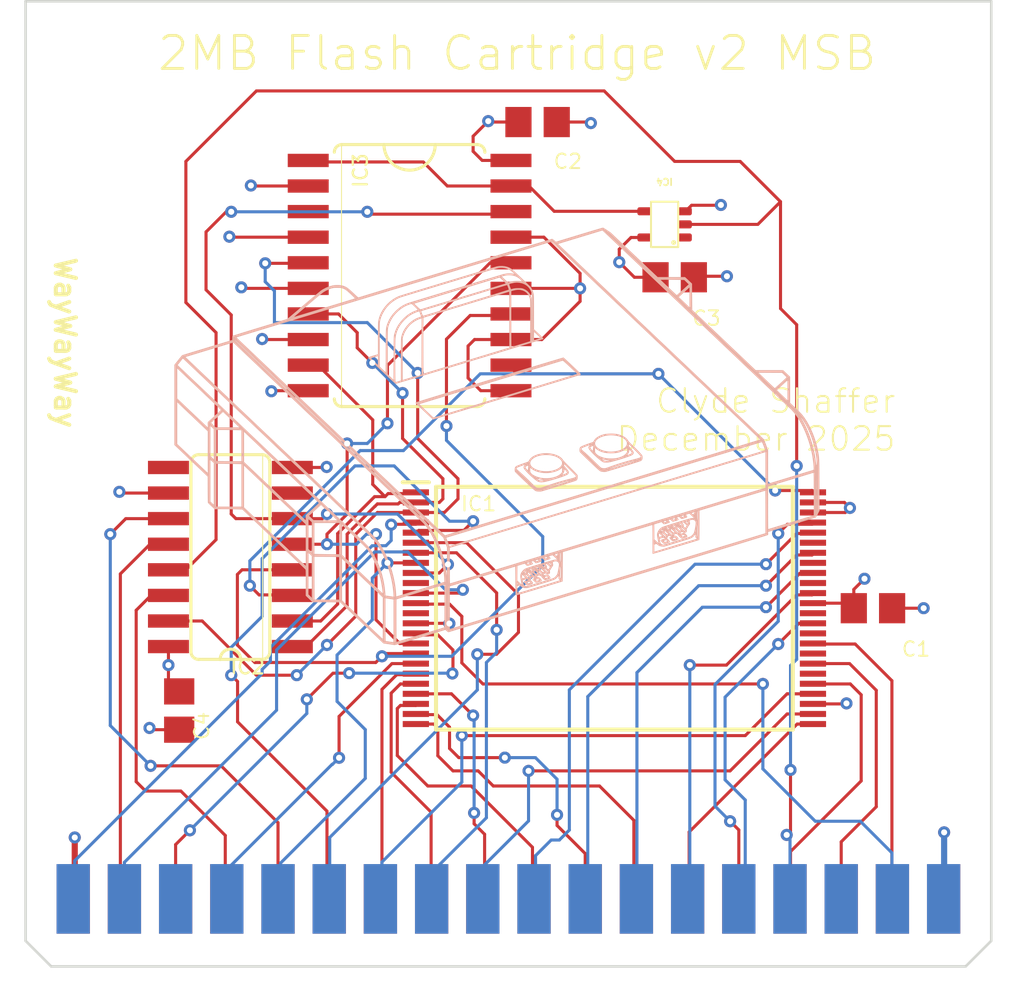
<source format=kicad_pcb>
(kicad_pcb (version 20241229) (generator "pcbnew") (generator_version "9.0")
  (layers (0 "F.Cu" signal) (4 "In1.Cu" signal) (6 "In2.Cu" signal) (2 "B.Cu" signal) (13 "F.Paste" user) (15 "B.Paste" user) (5 "F.SilkS" user "F.Silkscreen") (7 "B.SilkS" user "B.Silkscreen") (1 "F.Mask" user) (3 "B.Mask" user) (25 "Edge.Cuts" user))
  (net 0 "")
  (net 1 "VCC")
  (net 2 "GND")
  (net 3 "/A16")
  (net 4 "/A-1")
  (net 5 "/D7")
  (net 7 "/D6")
  (net 9 "/D5")
  (net 11 "/D4")
  (net 13 "/D3")
  (net 15 "/D2")
  (net 17 "/D1")
  (net 19 "/D0")
  (net 20 "/~{OE}")
  (net 21 "/~{CS}")
  (net 22 "/A0")
  (net 23 "/A1")
  (net 24 "/A2")
  (net 25 "/A3")
  (net 26 "/A4")
  (net 27 "/A5")
  (net 28 "/A6")
  (net 29 "/A7")
  (net 30 "/A17")
  (net 31 "/A18")
  (net 32 "/FLASHBUSY")
  (net 34 "/~{RESET}")
  (net 35 "/~{WE}")
  (net 37 "/A19")
  (net 38 "/A8")
  (net 39 "/A9")
  (net 40 "/A10")
  (net 41 "/A11")
  (net 42 "/A12")
  (net 43 "/A13")
  (net 44 "/A14")
  (net 45 "/A15")
  (net 47 "/BANK_CLK")
  (net 49 "/BANK_DONE")
  (net 50 "/~{BANKING}")
  (net 51 "/BANK_SER")
  (net 52 "Net-(IC3A-G)")
  (footprint "FlashCardBanked2M:C0805" (layer "F.Cu") (at 156.75 94.75)
    (property "Reference" "C3")
    (property "Value" "C-USC0805" (hide yes))
  )
  (footprint "FlashCardBanked2M:C0805" (layer "F.Cu") (at 149.9489 87.0458)
    (property "Reference" "C2")
    (property "Value" "C-USC0805" (hide yes))
  )
  (footprint "FlashCardBanked2M:C0805" (layer "F.Cu") (at 166.5859 111.1758)
    (property "Reference" "C1")
    (property "Value" "C-USC0805" (hide yes))
  )
  (footprint "FlashCardBanked2M:SO20W" (layer "F.Cu") (at 143.5989 94.6658 -90)
    (property "Reference" "IC3")
    (property "Value" "74244DW")
  )
  (footprint "FlashCardBanked2M:SOP50P2000X120-48N" (layer "F.Cu") (at 153.7589 111.1758)
    (property "Reference" "IC1")
    (property "Value" "AS29CF160B-55TIN")
  )
  (footprint "FlashCardBanked2M:CARD36" (layer "F.Cu") (at 124.5489 128.9558)
    (property "Reference" "U$1" (hide yes))
    (property "Value" "GT_CART3GT_CARD" (hide yes))
    (fp_line (start 0 -47.9044) (end 0 -1.27) (stroke (width 0.127)) (layer "Edge.Cuts"))
    (fp_line (start 0 -1.27) (end 1.27 0) (stroke (width 0.127)) (layer "Edge.Cuts"))
    (fp_line (start 1.27 0) (end 46.6344 0) (stroke (width 0.127)) (layer "Edge.Cuts"))
    (fp_line (start 46.6344 0) (end 47.9044 -1.27) (stroke (width 0.127)) (layer "Edge.Cuts"))
    (fp_line (start 47.9044 -47.9044) (end 0 -47.9044) (stroke (width 0.127)) (layer "Edge.Cuts"))
    (fp_line (start 47.9044 -1.27) (end 47.9044 -47.9044) (stroke (width 0.127)) (layer "Edge.Cuts"))
  )
  (footprint "FlashCardBanked2M:TSSOP5" (layer "F.Cu") (at 156.25 92.1258 180)
    (property "Reference" "IC4")
    (property "Value" "74HC1G04GW")
  )
  (footprint "FlashCardBanked2M:C0805" (layer "F.Cu") (at 132.1689 116.2558 -90)
    (property "Reference" "C4")
    (property "Value" "C-USC0805" (hide yes))
  )
  (footprint "FlashCardBanked2M:SO16" (layer "F.Cu") (at 134.7089 108.6358 90)
    (property "Reference" "IC2")
    (property "Value" "74595D")
  )
  (footprint "FlashCardBanked2M:ConsoleOutline" (layer "B.Cu") (at 147.75 102.75 180)
    (property "Reference" "G***" (hide yes))
    (property "Value" "LOGO" (hide yes))
  )
  (gr_text "WayWayWay\n" (at 126.5 98 270) (layer "F.SilkS") (effects (font (size 1 1) (thickness 0.2) (bold yes))))
  (gr_text "2MB Flash Cartridge v2 MSB" (at 131.0005 82.677 0) (layer "F.SilkS") (effects (font (size 1.63576 1.63576) (thickness 0.14224)) (justify left top)))
  (gr_text "Clyde Shaffer\nDecember 2025" (at 167.7797 103.4542 0) (layer "F.SilkS") (effects (font (size 1.1684 1.1684) (thickness 0.1016)) (justify right bottom)))
  (segment (start 146.5 98.1615) (end 146.8207 97.8408) (width 0.1524) (layer "F.Cu") (net 1))
  (segment (start 150.2608 92.7608) (end 148.6281 92.7608) (width 0.1524) (layer "F.Cu") (net 1))
  (segment (start 131.6355 114.7724) (end 132.1689 115.3058) (width 0.1524) (layer "F.Cu") (net 1))
  (segment (start 163.6089 110.9258) (end 165.3859 110.9258) (width 0.1524) (layer "F.Cu") (net 1))
  (segment (start 135.3008 95.3008) (end 138.5697 95.3008) (width 0.1524) (layer "F.Cu") (net 1))
  (segment (start 148.6281 88.9508) (end 147.2008 88.9508) (width 0.1524) (layer "F.Cu") (net 1))
  (segment (start 135.25 95.25) (end 135.3008 95.3008) (width 0.1524) (layer "F.Cu") (net 1))
  (segment (start 134.6835 92.7608) (end 134.6581 92.7354) (width 0.1524) (layer "F.Cu") (net 1))
  (segment (start 146.5 99.75) (end 146.5 98.1615) (width 0.1524) (layer "F.Cu") (net 1))
  (segment (start 165.3859 110.9258) (end 165.6359 111.1758) (width 0.1524) (layer "F.Cu") (net 1))
  (segment (start 135.7503 90.2208) (end 135.7249 90.1954) (width 0.1524) (layer "F.Cu") (net 1))
  (segment (start 146.75 88.5) (end 146.75 87.75) (width 0.1524) (layer "F.Cu") (net 1))
  (segment (start 152.0571 95.9429) (end 152.0571 95.3008) (width 0.1524) (layer "F.Cu") (net 1))
  (segment (start 138.5697 92.7608) (end 134.6835 92.7608) (width 0.1524) (layer "F.Cu") (net 1))
  (segment (start 146.8207 97.8408) (end 148.6281 97.8408) (width 0.1524) (layer "F.Cu") (net 1))
  (segment (start 148.6281 97.8408) (end 150.1592 97.8408) (width 0.1524) (layer "F.Cu") (net 1))
  (segment (start 126.9873 125.603) (end 126.9111 125.603) (width 0.1524) (layer "F.Cu") (net 1))
  (segment (start 148.6281 95.3008) (end 152.0571 95.3008) (width 0.1524) (layer "F.Cu") (net 1))
  (segment (start 146.75 87.75) (end 147.5 87) (width 0.1524) (layer "F.Cu") (net 1))
  (segment (start 147.1308 100.3808) (end 146.5 99.75) (width 0.1524) (layer "F.Cu") (net 1))
  (segment (start 135.7503 90.2208) (end 138.5697 90.2208) (width 0.1524) (layer "F.Cu") (net 1))
  (segment (start 148.6281 100.3808) (end 147.1308 100.3808) (width 0.1524) (layer "F.Cu") (net 1))
  (segment (start 155.8 94.75) (end 154.75 94.75) (width 0.1524) (layer "F.Cu") (net 1))
  (segment (start 136.3091 97.8408) (end 136.2837 97.8154) (width 0.1524) (layer "F.Cu") (net 1))
  (segment (start 150.1592 97.8408) (end 152.0571 95.9429) (width 0.1524) (layer "F.Cu") (net 1))
  (segment (start 129.2608 105.4608) (end 129.2 105.4) (width 0.1524) (layer "F.Cu") (net 1))
  (segment (start 147.2008 88.9508) (end 146.75 88.5) (width 0.1524) (layer "F.Cu") (net 1))
  (segment (start 154 94) (end 154 93.3579) (width 0.1524) (layer "F.Cu") (net 1))
  (segment (start 154.5821 92.7758) (end 155.25 92.7758) (width 0.1524) (layer "F.Cu") (net 1))
  (segment (start 131.6355 113.0808) (end 131.6355 114.7724) (width 0.1524) (layer "F.Cu") (net 1))
  (segment (start 165.6359 111.1758) (end 165.6359 110.242919) (width 0.1524) (layer "F.Cu") (net 1))
  (segment (start 148.9989 87.0458) (end 147.5458 87.0458) (width 0.1524) (layer "F.Cu") (net 1))
  (segment (start 138.5697 97.8408) (end 136.3091 97.8408) (width 0.1524) (layer "F.Cu") (net 1))
  (segment (start 154 93.3579) (end 154.5821 92.7758) (width 0.1524) (layer "F.Cu") (net 1))
  (segment (start 145.5601 111.9258) (end 145.5721 111.9378) (width 0.1524) (layer "F.Cu") (net 1))
  (segment (start 154.75 94.75) (end 154 94) (width 0.1524) (layer "F.Cu") (net 1))
  (segment (start 152.0571 94.5571) (end 150.2608 92.7608) (width 0.1524) (layer "F.Cu") (net 1))
  (segment (start 152.0571 95.3008) (end 152.0571 94.5571) (width 0.1524) (layer "F.Cu") (net 1))
  (segment (start 126.9873 122.555) (end 126.9873 125.603) (width 0.3048) (layer "F.Cu") (net 1))
  (segment (start 147.5458 87.0458) (end 147.5 87) (width 0.1524) (layer "F.Cu") (net 1))
  (segment (start 165.6359 110.242919) (end 166.165159 109.71366) (width 0.1524) (layer "F.Cu") (net 1))
  (segment (start 131.6355 105.4608) (end 129.2608 105.4608) (width 0.1524) (layer "F.Cu") (net 1))
  (segment (start 143.9089 111.9258) (end 145.5601 111.9258) (width 0.1524) (layer "F.Cu") (net 1))
  (via (at 129.2 105.4) (size 0.6) (drill 0.3) (layers "F.Cu" "B.Cu") (net 1))
  (via (at 126.9873 122.555) (size 0.6) (drill 0.3) (layers "F.Cu" "B.Cu") (net 1))
  (via (at 135.25 95.25) (size 0.6) (drill 0.3) (layers "F.Cu" "B.Cu") (net 1))
  (via (at 135.7249 90.1954) (size 0.6) (drill 0.3) (layers "F.Cu" "B.Cu") (net 1))
  (via (at 152.0571 95.3008) (size 0.6) (drill 0.3) (layers "F.Cu" "B.Cu") (net 1))
  (via (at 134.6581 92.7354) (size 0.6) (drill 0.3) (layers "F.Cu" "B.Cu") (net 1))
  (via (at 166.165159 109.71366) (size 0.6) (drill 0.3) (layers "F.Cu" "B.Cu") (net 1))
  (via (at 145.5721 111.9378) (size 0.6) (drill 0.3) (layers "F.Cu" "B.Cu") (net 1))
  (via (at 147.5 87) (size 0.6) (drill 0.3) (layers "F.Cu" "B.Cu") (net 1))
  (via (at 154 94) (size 0.6) (drill 0.3) (layers "F.Cu" "B.Cu") (net 1))
  (via (at 136.2837 97.8154) (size 0.6) (drill 0.3) (layers "F.Cu" "B.Cu") (net 1))
  (via (at 131.6355 114) (size 0.6) (drill 0.3) (layers "F.Cu" "B.Cu") (net 1))
  (segment (start 150.8989 87.0458) (end 152.5397 87.0458) (width 0.1524) (layer "F.Cu") (net 2))
  (segment (start 165.2465 115.9258) (end 165.2721 115.9002) (width 0.1524) (layer "F.Cu") (net 2))
  (segment (start 163.6089 106.4258) (end 165.2145 106.4258) (width 0.1524) (layer "F.Cu") (net 2))
  (segment (start 165.2145 106.4258) (end 165.4429 106.1974) (width 0.1524) (layer "F.Cu") (net 2))
  (segment (start 167.5359 111.1758) (end 169.1005 111.1758) (width 0.1524) (layer "F.Cu") (net 2))
  (segment (start 139.4587 104.1908) (end 139.4841 104.1654) (width 0.1524) (layer "F.Cu") (net 2))
  (segment (start 130.7821 117.2058) (end 130.6957 117.1194) (width 0.1524) (layer "F.Cu") (net 2))
  (segment (start 136.7663 100.3808) (end 136.7409 100.4062) (width 0.1524) (layer "F.Cu") (net 2))
  (segment (start 132.1689 117.2058) (end 130.7821 117.2058) (width 0.1524) (layer "F.Cu") (net 2))
  (segment (start 165.1713 105.9258) (end 163.6089 105.9258) (width 0.1524) (layer "F.Cu") (net 2))
  (segment (start 163.6089 115.9258) (end 165.2465 115.9258) (width 0.1524) (layer "F.Cu") (net 2))
  (segment (start 157.7 94.75) (end 157.7508 94.6992) (width 0.1524) (layer "F.Cu") (net 2))
  (segment (start 137.7823 104.1908) (end 139.4587 104.1908) (width 0.1524) (layer "F.Cu") (net 2))
  (segment (start 152.5397 87.0458) (end 152.5905 87.0966) (width 0.1524) (layer "F.Cu") (net 2))
  (segment (start 157.2889 91.4758) (end 157.5889 91.1758) (width 0.1524) (layer "F.Cu") (net 2))
  (segment (start 157.5889 91.1758) (end 159.0269 91.1758) (width 0.1524) (layer "F.Cu") (net 2))
  (segment (start 157.7508 94.6992) (end 159.3408 94.6992) (width 0.1524) (layer "F.Cu") (net 2))
  (segment (start 159.0269 91.1758) (end 159.0421 91.1606) (width 0.1524) (layer "F.Cu") (net 2))
  (segment (start 138.5697 100.3808) (end 136.7663 100.3808) (width 0.1524) (layer "F.Cu") (net 2))
  (segment (start 165.4429 106.1974) (end 165.1713 105.9258) (width 0.1524) (layer "F.Cu") (net 2))
  (via (at 159.0421 91.1606) (size 0.6) (drill 0.3) (layers "F.Cu" "B.Cu") (net 2))
  (via (at 130.6957 117.1194) (size 0.6) (drill 0.3) (layers "F.Cu" "B.Cu") (net 2))
  (via (at 170.1165 122.301) (size 0.6) (drill 0.3) (layers "F.Cu" "B.Cu") (net 2))
  (via (at 165.4429 106.1974) (size 0.6) (drill 0.3) (layers "F.Cu" "B.Cu") (net 2))
  (via (at 165.2721 115.9002) (size 0.6) (drill 0.3) (layers "F.Cu" "B.Cu") (net 2))
  (via (at 139.4841 104.1654) (size 0.6) (drill 0.3) (layers "F.Cu" "B.Cu") (net 2))
  (via (at 136.7409 100.4062) (size 0.6) (drill 0.3) (layers "F.Cu" "B.Cu") (net 2))
  (via (at 159.3408 94.6992) (size 0.6) (drill 0.3) (layers "F.Cu" "B.Cu") (net 2))
  (via (at 152.5905 87.0966) (size 0.6) (drill 0.3) (layers "F.Cu" "B.Cu") (net 2))
  (via (at 169.1005 111.1758) (size 0.6) (drill 0.3) (layers "F.Cu" "B.Cu") (net 2))
  (segment (start 170.1165 125.5776) (end 170.0911 125.603) (width 0.1524) (layer "B.Cu") (net 2))
  (segment (start 170.1165 122.301) (end 170.1165 125.5776) (width 0.3048) (layer "B.Cu") (net 2))
  (segment (start 137.6553 110.5154) (end 137.7823 110.5408) (width 0.1524) (layer "F.Cu") (net 3))
  (segment (start 161.7345 105.3338) (end 163.5633 105.3338) (width 0.1524) (layer "F.Cu") (net 3))
  (segment (start 135.6741 110.0582) (end 136.1313 110.5154) (width 0.1524) (layer "F.Cu") (net 3))
  (segment (start 163.5633 105.3338) (end 163.6089 105.4258) (width 0.1524) (layer "F.Cu") (net 3))
  (segment (start 136.1313 110.5154) (end 137.6553 110.5154) (width 0.1524) (layer "F.Cu") (net 3))
  (segment (start 148.9329 99.5426) (end 155.9433 99.5426) (width 0.1524) (layer "F.Cu") (net 3))
  (segment (start 148.6281 99.2378) (end 148.6281 99.1108) (width 0.1524) (layer "F.Cu") (net 3))
  (segment (start 148.6281 99.2378) (end 148.9329 99.5426) (width 0.1524) (layer "F.Cu") (net 3))
  (via (at 161.7345 105.3338) (size 0.6) (drill 0.3) (layers "F.Cu" "B.Cu") (net 3))
  (via (at 155.9433 99.5426) (size 0.6) (drill 0.3) (layers "F.Cu" "B.Cu") (net 3))
  (via (at 135.6741 110.0582) (size 0.6) (drill 0.3) (layers "F.Cu" "B.Cu") (net 3))
  (segment (start 155.9433 99.5426) (end 147.1041 99.5426) (width 0.1524) (layer "B.Cu") (net 3))
  (segment (start 147.1041 99.5426) (end 143.2941 103.3526) (width 0.1524) (layer "B.Cu") (net 3))
  (segment (start 141.1474 103.3526) (end 135.6741 108.8259) (width 0.1524) (layer "B.Cu") (net 3))
  (segment (start 155.9433 99.5426) (end 161.7345 105.3338) (width 0.1524) (layer "B.Cu") (net 3))
  (segment (start 143.2941 103.3526) (end 141.1474 103.3526) (width 0.1524) (layer "B.Cu") (net 3))
  (segment (start 135.6741 108.8259) (end 135.6741 110.0582) (width 0.1524) (layer "B.Cu") (net 3))
  (segment (start 161.8869 107.4674) (end 162.3441 107.0102) (width 0.1524) (layer "F.Cu") (net 4))
  (segment (start 163.5633 107.0102) (end 163.6089 106.9258) (width 0.1524) (layer "F.Cu") (net 4))
  (segment (start 159.9311 122.1811) (end 159.9311 125.603) (width 0.1524) (layer "F.Cu") (net 4))
  (segment (start 159.5 121.75) (end 159.9311 122.1811) (width 0.1524) (layer "F.Cu") (net 4))
  (segment (start 162.3441 107.0102) (end 163.5633 107.0102) (width 0.1524) (layer "F.Cu") (net 4))
  (via (at 161.8869 107.4674) (size 0.6) (drill 0.3) (layers "F.Cu" "B.Cu") (net 4))
  (via (at 159.5 121.75) (size 0.6) (drill 0.3) (layers "F.Cu" "B.Cu") (net 4))
  (segment (start 161.8869 111.82625) (end 161.8869 107.4674) (width 0.1524) (layer "B.Cu") (net 4))
  (segment (start 158.75 114.96315) (end 161.8869 111.82625) (width 0.1524) (layer "B.Cu") (net 4))
  (segment (start 158.75 121) (end 158.75 114.96315) (width 0.1524) (layer "B.Cu") (net 4))
  (segment (start 159.5 121.75) (end 158.75 121) (width 0.1524) (layer "B.Cu") (net 4))
  (segment (start 163.5633 107.4674) (end 163.6089 107.4258) (width 0.1524) (layer "F.Cu") (net 5))
  (segment (start 161.2773 108.9914) (end 162.8013 107.4674) (width 0.1524) (layer "F.Cu") (net 5))
  (segment (start 162.8013 107.4674) (end 163.5633 107.4674) (width 0.1524) (layer "F.Cu") (net 5))
  (via (at 161.2773 108.9914) (size 0.6) (drill 0.3) (layers "F.Cu" "B.Cu") (net 5))
  (segment (start 151.027527 122.682) (end 151.5237 122.185827) (width 0.1524) (layer "B.Cu") (net 5))
  (segment (start 149.8473 125.603) (end 149.8473 123.4567) (width 0.1524) (layer "B.Cu") (net 5))
  (segment (start 149.8473 123.4567) (end 150.622 122.682) (width 0.1524) (layer "B.Cu") (net 5))
  (segment (start 149.7711 125.603) (end 149.8473 125.603) (width 0.1524) (layer "B.Cu") (net 5))
  (segment (start 151.5237 115.2263) (end 157.7586 108.9914) (width 0.1524) (layer "B.Cu") (net 5))
  (segment (start 151.5237 122.185827) (end 151.5237 115.2263) (width 0.1524) (layer "B.Cu") (net 5))
  (segment (start 150.622 122.682) (end 151.027527 122.682) (width 0.1524) (layer "B.Cu") (net 5))
  (segment (start 157.7586 108.9914) (end 161.2773 108.9914) (width 0.1524) (layer "B.Cu") (net 5))
  (segment (start 162.8013 108.5342) (end 163.5633 108.5342) (width 0.1524) (layer "F.Cu") (net 7))
  (segment (start 161.2773 110.0582) (end 162.8013 108.5342) (width 0.1524) (layer "F.Cu") (net 7))
  (segment (start 163.5633 108.5342) (end 163.6089 108.4258) (width 0.1524) (layer "F.Cu") (net 7))
  (via (at 161.2773 110.0582) (size 0.6) (drill 0.3) (layers "F.Cu" "B.Cu") (net 7))
  (segment (start 152.3111 125.603) (end 152.4381 125.603) (width 0.1524) (layer "B.Cu") (net 7))
  (segment (start 152.4381 125.603) (end 152.4381 115.5619) (width 0.1524) (layer "B.Cu") (net 7))
  (segment (start 157.9418 110.0582) (end 161.2773 110.0582) (width 0.1524) (layer "B.Cu") (net 7))
  (segment (start 152.4381 115.5619) (end 157.9418 110.0582) (width 0.1524) (layer "B.Cu") (net 7))
  (segment (start 163.5633 109.4486) (end 163.6089 109.4258) (width 0.1524) (layer "F.Cu") (net 9))
  (segment (start 161.2773 111.125) (end 162.9537 109.4486) (width 0.1524) (layer "F.Cu") (net 9))
  (segment (start 162.9537 109.4486) (end 163.5633 109.4486) (width 0.1524) (layer "F.Cu") (net 9))
  (via (at 161.2773 111.125) (size 0.6) (drill 0.3) (layers "F.Cu" "B.Cu") (net 9))
  (segment (start 154.8511 125.603) (end 154.8765 125.603) (width 0.1524) (layer "B.Cu") (net 9))
  (segment (start 154.8765 125.603) (end 154.8765 114.3735) (width 0.1524) (layer "B.Cu") (net 9))
  (segment (start 154.8765 114.3735) (end 158.125 111.125) (width 0.1524) (layer "B.Cu") (net 9))
  (segment (start 158.125 111.125) (end 161.2773 111.125) (width 0.1524) (layer "B.Cu") (net 9))
  (segment (start 157.5 114) (end 159.3167 114) (width 0.1524) (layer "F.Cu") (net 11))
  (segment (start 162.8013 110.5154) (end 163.5633 110.5154) (width 0.1524) (layer "F.Cu") (net 11))
  (segment (start 159.3167 114) (end 162.8013 110.5154) (width 0.1524) (layer "F.Cu") (net 11))
  (segment (start 163.5633 110.5154) (end 163.6089 110.4258) (width 0.1524) (layer "F.Cu") (net 11))
  (via (at 157.5 114) (size 0.6) (drill 0.3) (layers "F.Cu" "B.Cu") (net 11))
  (segment (start 157.5 125.603) (end 157.3911 125.603) (width 0.1524) (layer "B.Cu") (net 11))
  (segment (start 157.5 114) (end 157.5 125.603) (width 0.1524) (layer "B.Cu") (net 11))
  (segment (start 162.9149 111.9258) (end 163.6089 111.9258) (width 0.1524) (layer "F.Cu") (net 13))
  (segment (start 161.8869 112.9538) (end 162.9149 111.9258) (width 0.1524) (layer "F.Cu") (net 13))
  (via (at 161.8869 112.9538) (size 0.6) (drill 0.3) (layers "F.Cu" "B.Cu") (net 13))
  (segment (start 160.25 120.694377) (end 159.25 119.694377) (width 0.1524) (layer "B.Cu") (net 13))
  (segment (start 159.9311 125.603) (end 160.25 125.2841) (width 0.1524) (layer "B.Cu") (net 13))
  (segment (start 159.25 119.694377) (end 159.25 115.5907) (width 0.1524) (layer "B.Cu") (net 13))
  (segment (start 160.25 125.2841) (end 160.25 120.694377) (width 0.1524) (layer "B.Cu") (net 13))
  (segment (start 159.25 115.5907) (end 161.8869 112.9538) (width 0.1524) (layer "B.Cu") (net 13))
  (segment (start 165.7038 112.9538) (end 163.7157 112.9538) (width 0.1524) (layer "F.Cu") (net 15))
  (segment (start 167.5257 125.603) (end 167.5257 114.7757) (width 0.1524) (layer "F.Cu") (net 15))
  (segment (start 163.7157 112.9538) (end 163.6089 112.9258) (width 0.1524) (layer "F.Cu") (net 15))
  (segment (start 167.5511 125.603) (end 167.5257 125.603) (width 0.1524) (layer "F.Cu") (net 15))
  (segment (start 167.5257 114.7757) (end 165.7038 112.9538) (width 0.1524) (layer "F.Cu") (net 15))
  (segment (start 166.75 121.032) (end 166.75 115.25) (width 0.1524) (layer "F.Cu") (net 17))
  (segment (start 165.0111 125.603) (end 165.0111 122.7709) (width 0.1524) (layer "F.Cu") (net 17))
  (segment (start 165.4258 113.9258) (end 163.6089 113.9258) (width 0.1524) (layer "F.Cu") (net 17))
  (segment (start 165.0111 122.7709) (end 166.75 121.032) (width 0.1524) (layer "F.Cu") (net 17))
  (segment (start 166.75 115.25) (end 165.4258 113.9258) (width 0.1524) (layer "F.Cu") (net 17))
  (segment (start 166.0017 119.7483) (end 166.0017 115.47435) (width 0.1524) (layer "F.Cu") (net 19))
  (segment (start 162.4965 123.2535) (end 166.0017 119.7483) (width 0.1524) (layer "F.Cu") (net 19))
  (segment (start 162.4965 125.603) (end 162.4965 123.2535) (width 0.1524) (layer "F.Cu") (net 19))
  (segment (start 166.0017 115.47435) (end 165.46235 114.935) (width 0.1524) (layer "F.Cu") (net 19))
  (segment (start 162.4711 125.603) (end 162.4965 125.603) (width 0.1524) (layer "F.Cu") (net 19))
  (segment (start 165.46235 114.935) (end 163.7157 114.935) (width 0.1524) (layer "F.Cu") (net 19))
  (segment (start 163.7157 114.935) (end 163.6089 114.9258) (width 0.1524) (layer "F.Cu") (net 19))
  (segment (start 160.25 117.5) (end 162.3242 115.4258) (width 0.1524) (layer "F.Cu") (net 20))
  (segment (start 162.3242 115.4258) (end 163.6089 115.4258) (width 0.1524) (layer "F.Cu") (net 20))
  (segment (start 146.1897 117.5) (end 160.25 117.5) (width 0.1524) (layer "F.Cu") (net 20))
  (via (at 146.1897 117.5) (size 0.6) (drill 0.3) (layers "F.Cu" "B.Cu") (net 20))
  (segment (start 142.2273 123.7742) (end 142.2273 125.603) (width 0.1524) (layer "B.Cu") (net 20))
  (segment (start 142.2273 125.603) (end 142.1511 125.603) (width 0.1524) (layer "B.Cu") (net 20))
  (segment (start 146.1897 117.5) (end 146.1897 119.8118) (width 0.1524) (layer "B.Cu") (net 20))
  (segment (start 146.1897 119.8118) (end 142.2273 123.7742) (width 0.1524) (layer "B.Cu") (net 20))
  (segment (start 162.3242 116.4258) (end 163.6089 116.4258) (width 0.1524) (layer "F.Cu") (net 21))
  (segment (start 149.5 119.25) (end 159.5 119.25) (width 0.1524) (layer "F.Cu") (net 21))
  (segment (start 159.5 119.25) (end 162.3242 116.4258) (width 0.1524) (layer "F.Cu") (net 21))
  (via (at 149.5 119.25) (size 0.6) (drill 0.3) (layers "F.Cu" "B.Cu") (net 21))
  (segment (start 149.5 121.7339) (end 147.2565 123.9774) (width 0.1524) (layer "B.Cu") (net 21))
  (segment (start 149.5 119.25) (end 149.5 121.7339) (width 0.1524) (layer "B.Cu") (net 21))
  (segment (start 147.2565 125.603) (end 147.2311 125.603) (width 0.1524) (layer "B.Cu") (net 21))
  (segment (start 147.2565 123.9774) (end 147.2565 125.603) (width 0.1524) (layer "B.Cu") (net 21))
  (segment (start 157.3911 125.603) (end 157.4673 125.603) (width 0.1524) (layer "F.Cu") (net 22))
  (segment (start 157.4673 122.2827) (end 162.8242 116.9258) (width 0.1524) (layer "F.Cu") (net 22))
  (segment (start 162.8242 116.9258) (end 163.6089 116.9258) (width 0.1524) (layer "F.Cu") (net 22))
  (segment (start 157.4673 125.603) (end 157.4673 122.2827) (width 0.1524) (layer "F.Cu") (net 22))
  (segment (start 153.02 120) (end 147.75 120) (width 0.1524) (layer "F.Cu") (net 23))
  (segment (start 154.7241 125.603) (end 154.7241 121.7041) (width 0.1524) (layer "F.Cu") (net 23))
  (segment (start 144.8008 116.9258) (end 143.9089 116.9258) (width 0.1524) (layer "F.Cu") (net 23))
  (segment (start 145.75 119.25) (end 145 118.5) (width 0.1524) (layer "F.Cu") (net 23))
  (segment (start 154.7241 121.7041) (end 153.02 120) (width 0.1524) (layer "F.Cu") (net 23))
  (segment (start 154.8511 125.603) (end 154.7241 125.603) (width 0.1524) (layer "F.Cu") (net 23))
  (segment (start 145 118.5) (end 145 117.125) (width 0.1524) (layer "F.Cu") (net 23))
  (segment (start 147 119.25) (end 145.75 119.25) (width 0.1524) (layer "F.Cu") (net 23))
  (segment (start 145 117.125) (end 144.8008 116.9258) (width 0.1524) (layer "F.Cu") (net 23))
  (segment (start 147.75 120) (end 147 119.25) (width 0.1524) (layer "F.Cu") (net 23))
  (segment (start 144.0561 116.459) (end 143.9089 116.4258) (width 0.1524) (layer "F.Cu") (net 24))
  (segment (start 152.3111 123.3551) (end 152.3111 125.603) (width 0.1524) (layer "F.Cu") (net 24))
  (segment (start 150.9141 121.4321) (end 150.9141 121.9581) (width 0.1524) (layer "F.Cu") (net 24))
  (segment (start 145.5801 118.1354) (end 145.5801 117.0801) (width 0.1524) (layer "F.Cu") (net 24))
  (segment (start 144.959 116.459) (end 144.0561 116.459) (width 0.1524) (layer "F.Cu") (net 24))
  (segment (start 148.3233 118.5926) (end 146.0373 118.5926) (width 0.1524) (layer "F.Cu") (net 24))
  (segment (start 145.5801 117.0801) (end 144.959 116.459) (width 0.1524) (layer "F.Cu") (net 24))
  (segment (start 150.9141 121.9581) (end 152.3111 123.3551) (width 0.1524) (layer "F.Cu") (net 24))
  (segment (start 146.0373 118.5926) (end 145.5801 118.1354) (width 0.1524) (layer "F.Cu") (net 24))
  (via (at 148.3233 118.5926) (size 0.6) (drill 0.3) (layers "F.Cu" "B.Cu") (net 24))
  (via (at 150.9141 121.4321) (size 0.6) (drill 0.3) (layers "F.Cu" "B.Cu") (net 24))
  (segment (start 150.9141 119.6641) (end 149.8426 118.5926) (width 0.1524) (layer "B.Cu") (net 24))
  (segment (start 150.9141 121.4321) (end 150.9141 119.6641) (width 0.1524) (layer "B.Cu") (net 24))
  (segment (start 149.8426 118.5926) (end 148.3233 118.5926) (width 0.1524) (layer "B.Cu") (net 24))
  (segment (start 149.7711 125.603) (end 149.6949 125.603) (width 0.1524) (layer "F.Cu") (net 25))
  (segment (start 142.9893 116.1542) (end 143.1417 116.0018) (width 0.1524) (layer "F.Cu") (net 25))
  (segment (start 146.65095 120) (end 144.5 120) (width 0.1524) (layer "F.Cu") (net 25))
  (segment (start 143.9037 116.0018) (end 143.9089 115.9258) (width 0.1524) (layer "F.Cu") (net 25))
  (segment (start 149.6949 125.603) (end 149.6949 123.04395) (width 0.1524) (layer "F.Cu") (net 25))
  (segment (start 149.6949 123.04395) (end 146.65095 120) (width 0.1524) (layer "F.Cu") (net 25))
  (segment (start 143.1417 116.0018) (end 143.9037 116.0018) (width 0.1524) (layer "F.Cu") (net 25))
  (segment (start 144.5 120) (end 142.9893 118.4893) (width 0.1524) (layer "F.Cu") (net 25))
  (segment (start 142.9893 118.4893) (end 142.9893 116.1542) (width 0.1524) (layer "F.Cu") (net 25))
  (segment (start 147.1041 125.603) (end 147.32 125.3871) (width 0.1524) (layer "F.Cu") (net 26))
  (segment (start 147.2311 125.603) (end 147.1041 125.603) (width 0.1524) (layer "F.Cu") (net 26))
  (segment (start 146.7993 121.87555) (end 146.7993 121.3358) (width 0.1524) (layer "F.Cu") (net 26))
  (segment (start 145.6758 115.4258) (end 143.9089 115.4258) (width 0.1524) (layer "F.Cu") (net 26))
  (segment (start 146.75 116.5) (end 145.6758 115.4258) (width 0.1524) (layer "F.Cu") (net 26))
  (segment (start 147.32 122.39625) (end 146.7993 121.87555) (width 0.1524) (layer "F.Cu") (net 26))
  (segment (start 147.32 125.3871) (end 147.32 122.39625) (width 0.1524) (layer "F.Cu") (net 26))
  (via (at 146.75 116.5) (size 0.6) (drill 0.3) (layers "F.Cu" "B.Cu") (net 26))
  (via (at 146.7993 121.3358) (size 0.6) (drill 0.3) (layers "F.Cu" "B.Cu") (net 26))
  (segment (start 146.75 116.5) (end 146.7993 116.5493) (width 0.1524) (layer "B.Cu") (net 26))
  (segment (start 146.7993 116.5493) (end 146.7993 121.3358) (width 0.1524) (layer "B.Cu") (net 26))
  (segment (start 142.6845 115.3922) (end 143.1417 114.935) (width 0.1524) (layer "F.Cu") (net 27))
  (segment (start 143.1417 114.935) (end 143.9037 114.935) (width 0.1524) (layer "F.Cu") (net 27))
  (segment (start 144.6911 125.603) (end 144.6657 125.603) (width 0.1524) (layer "F.Cu") (net 27))
  (segment (start 144.6657 125.603) (end 144.6657 121.2977) (width 0.1524) (layer "F.Cu") (net 27))
  (segment (start 142.6845 119.3165) (end 142.6845 115.3922) (width 0.1524) (layer "F.Cu") (net 27))
  (segment (start 144.6657 121.2977) (end 142.6845 119.3165) (width 0.1524) (layer "F.Cu") (net 27))
  (segment (start 143.9037 114.935) (end 143.9089 114.9258) (width 0.1524) (layer "F.Cu") (net 27))
  (segment (start 142.2273 125.603) (end 142.2273 115.20745) (width 0.1524) (layer "F.Cu") (net 28))
  (segment (start 142.1511 125.603) (end 142.2273 125.603) (width 0.1524) (layer "F.Cu") (net 28))
  (segment (start 142.95695 114.4778) (end 143.9037 114.4778) (width 0.1524) (layer "F.Cu") (net 28))
  (segment (start 143.9037 114.4778) (end 143.9089 114.4258) (width 0.1524) (layer "F.Cu") (net 28))
  (segment (start 142.2273 115.20745) (end 142.95695 114.4778) (width 0.1524) (layer "F.Cu") (net 28))
  (segment (start 140.1 118.6) (end 140.1 116.548845) (width 0.1524) (layer "F.Cu") (net 29))
  (segment (start 140.1 116.548845) (end 142.723045 113.9258) (width 0.1524) (layer "F.Cu") (net 29))
  (segment (start 142.723045 113.9258) (end 143.9089 113.9258) (width 0.1524) (layer "F.Cu") (net 29))
  (via (at 140.1 118.6) (size 0.6) (drill 0.3) (layers "F.Cu" "B.Cu") (net 29))
  (segment (start 139.77005 118.92995) (end 139.75 118.92995) (width 0.1524) (layer "B.Cu") (net 29))
  (segment (start 134.6073 124.07265) (end 134.6073 125.603) (width 0.1524) (layer "B.Cu") (net 29))
  (segment (start 139.75 118.92995) (end 134.6073 124.07265) (width 0.1524) (layer "B.Cu") (net 29))
  (segment (start 134.6073 125.603) (end 134.5311 125.603) (width 0.1524) (layer "B.Cu") (net 29))
  (segment (start 140.1 118.6) (end 139.77005 118.92995) (width 0.1524) (layer "B.Cu") (net 29))
  (segment (start 135.0558 113.004768) (end 135.921432 113.8704) (width 0.1524) (layer "F.Cu") (net 30))
  (segment (start 141.9203 113.8704) (end 142.2273 113.5634) (width 0.1524) (layer "F.Cu") (net 30))
  (segment (start 137.7823 109.2708) (end 135.285 109.2708) (width 0.1524) (layer "F.Cu") (net 30))
  (segment (start 145.4277 102.1334) (end 145.4277 97.8223) (width 0.1524) (layer "F.Cu") (net 30))
  (segment (start 146.603 96.647) (end 148.6281 96.647) (width 0.1524) (layer "F.Cu") (net 30))
  (segment (start 142.2273 113.5634) (end 142.3649 113.4258) (width 0.1524) (layer "F.Cu") (net 30))
  (segment (start 135.0558 109.5) (end 135.0558 113.004768) (width 0.1524) (layer "F.Cu") (net 30))
  (segment (start 135.921432 113.8704) (end 141.9203 113.8704) (width 0.1524) (layer "F.Cu") (net 30))
  (segment (start 135.285 109.2708) (end 135.0558 109.5) (width 0.1524) (layer "F.Cu") (net 30))
  (segment (start 148.6281 96.647) (end 148.6281 96.5708) (width 0.1524) (layer "F.Cu") (net 30))
  (segment (start 145.4277 97.8223) (end 146.603 96.647) (width 0.1524) (layer "F.Cu") (net 30))
  (segment (start 142.3649 113.4258) (end 143.9089 113.4258) (width 0.1524) (layer "F.Cu") (net 30))
  (via (at 142.2273 113.5634) (size 0.6) (drill 0.3) (layers "F.Cu" "B.Cu") (net 30))
  (via (at 145.4277 102.1334) (size 0.6) (drill 0.3) (layers "F.Cu" "B.Cu") (net 30))
  (segment (start 150.2029 109.0471) (end 145.6866 113.5634) (width 0.1524) (layer "B.Cu") (net 30))
  (segment (start 145.4277 102.8446) (end 150.2029 107.6198) (width 0.1524) (layer "B.Cu") (net 30))
  (segment (start 150.2029 107.6198) (end 150.2029 109.0471) (width 0.1524) (layer "B.Cu") (net 30))
  (segment (start 145.4277 102.1334) (end 145.4277 102.8446) (width 0.1524) (layer "B.Cu") (net 30))
  (segment (start 145.6866 113.5634) (end 142.2273 113.5634) (width 0.1524) (layer "B.Cu") (net 30))
  (segment (start 148.6281 94.0308) (end 147.595234 94.0308) (width 0.1524) (layer "F.Cu") (net 31))
  (segment (start 147.595234 94.0308) (end 142.5 99.126034) (width 0.1524) (layer "F.Cu") (net 31))
  (segment (start 137.7823 108.0008) (end 139.4992 108.0008) (width 0.1524) (layer "F.Cu") (net 31))
  (segment (start 142.5 99.126034) (end 142.5 102) (width 0.1524) (layer "F.Cu") (net 31))
  (segment (start 141.932097 111.751397) (end 143.1065 112.9258) (width 0.1524) (layer "F.Cu") (net 31))
  (segment (start 140.5 103) (end 140.5 106.5008) (width 0.1524) (layer "F.Cu") (net 31))
  (segment (start 143.1065 112.9258) (end 143.9089 112.9258) (width 0.1524) (layer "F.Cu") (net 31))
  (segment (start 139.5 107.5008) (end 139.5 108) (width 0.1524) (layer "F.Cu") (net 31))
  (segment (start 141.932097 107.5) (end 141.932097 111.751397) (width 0.1524) (layer "F.Cu") (net 31))
  (segment (start 140.5 106.5008) (end 139.5 107.5008) (width 0.1524) (layer "F.Cu") (net 31))
  (segment (start 139.4992 108.0008) (end 139.5 108) (width 0.1524) (layer "F.Cu") (net 31))
  (via (at 140.5 103) (size 0.6) (drill 0.3) (layers "F.Cu" "B.Cu") (net 31))
  (via (at 142.5 102) (size 0.6) (drill 0.3) (layers "F.Cu" "B.Cu") (net 31))
  (via (at 141.932097 107.5) (size 0.6) (drill 0.3) (layers "F.Cu" "B.Cu") (net 31))
  (via (at 139.5 108) (size 0.6) (drill 0.3) (layers "F.Cu" "B.Cu") (net 31))
  (segment (start 141.460697 107.5) (end 140.960697 108) (width 0.1524) (layer "B.Cu") (net 31))
  (segment (start 142.5 102) (end 141.5 103) (width 0.1524) (layer "B.Cu") (net 31))
  (segment (start 141.932097 107.5) (end 141.460697 107.5) (width 0.1524) (layer "B.Cu") (net 31))
  (segment (start 141.5 103) (end 140.5 103) (width 0.1524) (layer "B.Cu") (net 31))
  (segment (start 140.960697 108) (end 139.5 108) (width 0.1524) (layer "B.Cu") (net 31))
  (segment (start 144.0561 112.4966) (end 143.9089 112.4258) (width 0.1524) (layer "F.Cu") (net 32))
  (segment (start 131.9911 122.9089) (end 132.7 122.2) (width 0.1524) (layer "F.Cu") (net 32))
  (segment (start 145.75 113.25) (end 144.9966 112.4966) (width 0.1524) (layer "F.Cu") (net 32))
  (segment (start 144.9966 112.4966) (end 144.0561 112.4966) (width 0.1524) (layer "F.Cu") (net 32))
  (segment (start 145.75 114.5) (end 145.75 113.25) (width 0.1524) (layer "F.Cu") (net 32))
  (segment (start 131.9911 125.603) (end 131.9911 122.9089) (width 0.1524) (layer "F.Cu") (net 32))
  (segment (start 138.5 115.7) (end 139.8 114.4) (width 0.1524) (layer "F.Cu") (net 32))
  (segment (start 139.8 114.4) (end 140.6 114.4) (width 0.1524) (layer "F.Cu") (net 32))
  (via (at 140.6 114.4) (size 0.6) (drill 0.3) (layers "F.Cu" "B.Cu") (net 32))
  (via (at 138.5 115.7) (size 0.6) (drill 0.3) (layers "F.Cu" "B.Cu") (net 32))
  (via (at 145.720444 114.415258) (size 0.6) (drill 0.3) (layers "F.Cu" "B.Cu") (net 32))
  (via (at 132.7 122.2) (size 0.6) (drill 0.3) (layers "F.Cu" "B.Cu") (net 32))
  (segment (start 138.5 116.4) (end 132.7 122.2) (width 0.1524) (layer "B.Cu") (net 32))
  (segment (start 140.6 114.4) (end 145.705186 114.4) (width 0.1524) (layer "B.Cu") (net 32))
  (segment (start 145.705186 114.4) (end 145.720444 114.415258) (width 0.1524) (layer "B.Cu") (net 32))
  (segment (start 138.5 115.7) (end 138.5 116.4) (width 0.1524) (layer "B.Cu") (net 32))
  (segment (start 144.0561 110.9726) (end 143.9089 110.9258) (width 0.1524) (layer "F.Cu") (net 34))
  (segment (start 147.235 114.935) (end 146.1897 113.8897) (width 0.1524) (layer "F.Cu") (net 34))
  (segment (start 146.1897 113.8897) (end 146.1897 111.5822) (width 0.1524) (layer "F.Cu") (net 34))
  (segment (start 146.1897 111.5822) (end 145.5801 110.9726) (width 0.1524) (layer "F.Cu") (net 34))
  (segment (start 161.1249 114.935) (end 147.235 114.935) (width 0.1524) (layer "F.Cu") (net 34))
  (segment (start 145.5801 110.9726) (end 144.0561 110.9726) (width 0.1524) (layer "F.Cu") (net 34))
  (via (at 161.1249 114.935) (size 0.6) (drill 0.3) (layers "F.Cu" "B.Cu") (net 34))
  (segment (start 161.1249 114.935) (end 161.1249 119.1514) (width 0.1524) (layer "B.Cu") (net 34))
  (segment (start 167.5257 125.603) (end 167.5511 125.603) (width 0.1524) (layer "B.Cu") (net 34))
  (segment (start 163.7235 121.75) (end 165.9587 121.75) (width 0.1524) (layer "B.Cu") (net 34))
  (segment (start 167.5257 123.317) (end 167.5257 125.603) (width 0.1524) (layer "B.Cu") (net 34))
  (segment (start 161.1249 119.1514) (end 163.7235 121.75) (width 0.1524) (layer "B.Cu") (net 34))
  (segment (start 165.9587 121.75) (end 167.5257 123.317) (width 0.1524) (layer "B.Cu") (net 34))
  (segment (start 146.2405 110.2614) (end 146.0761 110.4258) (width 0.1524) (layer "F.Cu") (net 35))
  (segment (start 146.0761 110.4258) (end 143.9089 110.4258) (width 0.1524) (layer "F.Cu") (net 35))
  (via (at 146.2405 110.2614) (size 0.6) (drill 0.3) (layers "F.Cu" "B.Cu") (net 35))
  (segment (start 137 116.238) (end 137 113.25) (width 0.1524) (layer "B.Cu") (net 35))
  (segment (start 145.3796 110.2614) (end 146.2405 110.2614) (width 0.1524) (layer "B.Cu") (net 35))
  (segment (start 129.4511 125.603) (end 129.4511 123.7869) (width 0.1524) (layer "B.Cu") (net 35))
  (segment (start 137 113.25) (end 141.8682 108.3818) (width 0.1524) (layer "B.Cu") (net 35))
  (segment (start 141.8682 108.3818) (end 143.5 108.3818) (width 0.1524) (layer "B.Cu") (net 35))
  (segment (start 129.4511 123.7869) (end 137 116.238) (width 0.1524) (layer "B.Cu") (net 35))
  (segment (start 143.5 108.3818) (end 145.3796 110.2614) (width 0.1524) (layer "B.Cu") (net 35))
  (segment (start 139.2692 106.7308) (end 137.7823 106.7308) (width 0.1524) (layer "F.Cu") (net 37))
  (segment (start 134.5 91.5) (end 133.5 92.5) (width 0.1524) (layer "F.Cu") (net 37))
  (segment (start 145.0742 109.4258) (end 145.5 109) (width 0.1524) (layer "F.Cu") (net 37))
  (segment (start 148.6281 91.6178) (end 148.6281 91.4908) (width 0.1524) (layer "F.Cu") (net 37))
  (segment (start 134.9808 106.7308) (end 134.75 106.5) (width 0.1524) (layer "F.Cu") (net 37))
  (segment (start 143.9089 109.4258) (end 145.0742 109.4258) (width 0.1524) (layer "F.Cu") (net 37))
  (segment (start 133.5 95.371) (end 134.75 96.621) (width 0.1524) (layer "F.Cu") (net 37))
  (segment (start 139.5 106.5) (end 139.2692 106.7308) (width 0.1524) (layer "F.Cu") (net 37))
  (segment (start 137.7823 106.7308) (end 134.9808 106.7308) (width 0.1524) (layer "F.Cu") (net 37))
  (segment (start 141.6178 91.6178) (end 141.5 91.5) (width 0.1524) (layer "F.Cu") (net 37))
  (segment (start 141.6178 91.6178) (end 148.6281 91.6178) (width 0.1524) (layer "F.Cu") (net 37))
  (segment (start 134.75 91.5) (end 134.5 91.5) (width 0.1524) (layer "F.Cu") (net 37))
  (segment (start 133.5 92.5) (end 133.5 95.371) (width 0.1524) (layer "F.Cu") (net 37))
  (segment (start 134.75 96.621) (end 134.75 106.5) (width 0.1524) (layer "F.Cu") (net 37))
  (via (at 139.5 106.5) (size 0.6) (drill 0.3) (layers "F.Cu" "B.Cu") (net 37))
  (via (at 145.5 109) (size 0.6) (drill 0.3) (layers "F.Cu" "B.Cu") (net 37))
  (via (at 134.75 91.5) (size 0.6) (drill 0.3) (layers "F.Cu" "B.Cu") (net 37))
  (via (at 141.5 91.5) (size 0.6) (drill 0.3) (layers "F.Cu" "B.Cu") (net 37))
  (segment (start 143 106.5) (end 145.5 109) (width 0.1524) (layer "B.Cu") (net 37))
  (segment (start 139.5 106.5) (end 143 106.5) (width 0.1524) (layer "B.Cu") (net 37))
  (segment (start 141.5 91.5) (end 134.75 91.5) (width 0.1524) (layer "B.Cu") (net 37))
  (segment (start 142.5 108.9258) (end 143.9089 108.9258) (width 0.1524) (layer "F.Cu") (net 38))
  (via (at 142.5 108.9258) (size 0.6) (drill 0.3) (layers "F.Cu" "B.Cu") (net 38))
  (segment (start 141.4 119.6231) (end 137.1981 123.825) (width 0.1524) (layer "B.Cu") (net 38))
  (segment (start 137.1981 125.603) (end 137.0711 125.603) (width 0.1524) (layer "B.Cu") (net 38))
  (segment (start 137.1981 123.825) (end 137.1981 125.603) (width 0.1524) (layer "B.Cu") (net 38))
  (segment (start 141.75 111.75) (end 140 113.5) (width 0.1524) (layer "B.Cu") (net 38))
  (segment (start 140 113.5) (end 140 115.8) (width 0.1524) (layer "B.Cu") (net 38))
  (segment (start 140 115.8) (end 141.4 117.2) (width 0.1524) (layer "B.Cu") (net 38))
  (segment (start 141.4 117.2) (end 141.4 119.6231) (width 0.1524) (layer "B.Cu") (net 38))
  (segment (start 141.75 109.6758) (end 141.75 111.75) (width 0.1524) (layer "B.Cu") (net 38))
  (segment (start 142.5 108.9258) (end 141.75 109.6758) (width 0.1524) (layer "B.Cu") (net 38))
  (segment (start 147.9169 110.4169) (end 145.9258 108.4258) (width 0.1524) (layer "F.Cu") (net 39))
  (segment (start 145.9258 108.4258) (end 143.9089 108.4258) (width 0.1524) (layer "F.Cu") (net 39))
  (segment (start 147.9169 112.25) (end 147.9169 110.4169) (width 0.1524) (layer "F.Cu") (net 39))
  (via (at 147.9169 112.25) (size 0.6) (drill 0.3) (layers "F.Cu" "B.Cu") (net 39))
  (segment (start 144.8181 124.1679) (end 144.8181 125.603) (width 0.1524) (layer "B.Cu") (net 39))
  (segment (start 147.9169 112.25) (end 147.9169 113.362079) (width 0.1524) (layer "B.Cu") (net 39))
  (segment (start 147.4089 121.5771) (end 144.8181 124.1679) (width 0.1524) (layer "B.Cu") (net 39))
  (segment (start 144.8181 125.603) (end 144.6911 125.603) (width 0.1524) (layer "B.Cu") (net 39))
  (segment (start 147.4089 113.870079) (end 147.4089 121.5771) (width 0.1524) (layer "B.Cu") (net 39))
  (segment (start 147.9169 113.362079) (end 147.4089 113.870079) (width 0.1524) (layer "B.Cu") (net 39))
  (segment (start 149 110.5) (end 149 112.375) (width 0.1524) (layer "F.Cu") (net 40))
  (segment (start 147.91251 113.46249) (end 146.958344 113.46249) (width 0.1524) (layer "F.Cu") (net 40))
  (segment (start 143.9089 107.9258) (end 144.0561 107.9246) (width 0.1524) (layer "F.Cu") (net 40))
  (segment (start 149 112.375) (end 147.91251 113.46249) (width 0.1524) (layer "F.Cu") (net 40))
  (segment (start 144.0561 107.9246) (end 146.4246 107.9246) (width 0.1524) (layer "F.Cu") (net 40))
  (segment (start 146.4246 107.9246) (end 149 110.5) (width 0.1524) (layer "F.Cu") (net 40))
  (via (at 146.958344 113.46249) (size 0.6) (drill 0.3) (layers "F.Cu" "B.Cu") (net 40))
  (segment (start 146.958344 113.46249) (end 146.958344 115.233156) (width 0.1524) (layer "B.Cu") (net 40))
  (segment (start 139.6365 125.603) (end 139.6111 125.603) (width 0.1524) (layer "B.Cu") (net 40))
  (segment (start 146.958344 115.233156) (end 139.6365 122.555) (width 0.1524) (layer "B.Cu") (net 40))
  (segment (start 139.6365 122.555) (end 139.6365 125.603) (width 0.1524) (layer "B.Cu") (net 40))
  (segment (start 139.5 121.25) (end 139.5 124.3171) (width 0.1524) (layer "F.Cu") (net 41))
  (segment (start 144.0561 107.315) (end 143.9089 107.4258) (width 0.1524) (layer "F.Cu") (net 41))
  (segment (start 139.5 124.3171) (end 139.4841 124.333) (width 0.1524) (layer "F.Cu") (net 41))
  (segment (start 135.0645 116.8145) (end 139.5 121.25) (width 0.1524) (layer "F.Cu") (net 41))
  (segment (start 134.75 114.5) (end 135.0645 114.8145) (width 0.1524) (layer "F.Cu") (net 41))
  (segment (start 139.4841 124.333) (end 139.4841 125.603) (width 0.1524) (layer "F.Cu") (net 41))
  (segment (start 135.0645 114.8145) (end 135.0645 116.8145) (width 0.1524) (layer "F.Cu") (net 41))
  (segment (start 146.2928 107.315) (end 144.0561 107.315) (width 0.1524) (layer "F.Cu") (net 41))
  (segment (start 146.75 106.8578) (end 146.2928 107.315) (width 0.1524) (layer "F.Cu") (net 41))
  (segment (start 139.4841 125.603) (end 139.6111 125.603) (width 0.1524) (layer "F.Cu") (net 41))
  (via (at 146.75 106.8578) (size 0.6) (drill 0.3) (layers "F.Cu" "B.Cu") (net 41))
  (via (at 134.75 114.5) (size 0.6) (drill 0.3) (layers "F.Cu" "B.Cu") (net 41))
  (segment (start 136.2837 108.7163) (end 136.2837 111.5822) (width 0.1524) (layer "B.Cu") (net 41))
  (segment (start 140.8854 104.1146) (end 136.2837 108.7163) (width 0.1524) (layer "B.Cu") (net 41))
  (segment (start 146.75 106.8578) (end 145.5801 106.8578) (width 0.1524) (layer "B.Cu") (net 41))
  (segment (start 136.2837 111.5822) (end 134.75 113.1159) (width 0.1524) (layer "B.Cu") (net 41))
  (segment (start 134.75 113.1159) (end 134.75 114.5) (width 0.1524) (layer "B.Cu") (net 41))
  (segment (start 142.8369 104.1146) (end 140.8854 104.1146) (width 0.1524) (layer "B.Cu") (net 41))
  (segment (start 145.5801 106.8578) (end 142.8369 104.1146) (width 0.1524) (layer "B.Cu") (net 41))
  (segment (start 143.9037 107.0102) (end 143.9089 106.9258) (width 0.1524) (layer "F.Cu") (net 42))
  (segment (start 142.7029 107.0102) (end 143.9037 107.0102) (width 0.1524) (layer "F.Cu") (net 42))
  (segment (start 142.6845 107.0286) (end 142.7029 107.0102) (width 0.1524) (layer "F.Cu") (net 42))
  (via (at 142.6845 107.0286) (size 0.6) (drill 0.3) (layers "F.Cu" "B.Cu") (net 42))
  (segment (start 136.6942 113.8058) (end 136.2837 114.2163) (width 0.1524) (layer "B.Cu") (net 42))
  (segment (start 126.9873 125.603) (end 126.9111 125.603) (width 0.1524) (layer "B.Cu") (net 42))
  (segment (start 142.6845 107.8155) (end 142.424 108.076) (width 0.1524) (layer "B.Cu") (net 42))
  (segment (start 142.6845 107.0286) (end 142.6845 107.8155) (width 0.1524) (layer "B.Cu") (net 42))
  (segment (start 136.2837 114.4143) (end 126.9873 123.7107) (width 0.1524) (layer "B.Cu") (net 42))
  (segment (start 141.741533 108.076) (end 136.6942 113.123334) (width 0.1524) (layer "B.Cu") (net 42))
  (segment (start 126.9873 123.7107) (end 126.9873 125.603) (width 0.1524) (layer "B.Cu") (net 42))
  (segment (start 142.424 108.076) (end 141.741533 108.076) (width 0.1524) (layer "B.Cu") (net 42))
  (segment (start 136.6942 113.123334) (end 136.6942 113.8058) (width 0.1524) (layer "B.Cu") (net 42))
  (segment (start 136.2837 114.2163) (end 136.2837 114.4143) (width 0.1524) (layer "B.Cu") (net 42))
  (segment (start 143.9089 106.4258) (end 142.001626 106.4258) (width 0.1524) (layer "F.Cu") (net 43))
  (segment (start 136.4361 94.0562) (end 138.5697 94.0562) (width 0.1524) (layer "F.Cu") (net 43))
  (segment (start 142.001626 106.4258) (end 140.927426 107.5) (width 0.1524) (layer "F.Cu") (net 43))
  (segment (start 138.5697 94.0562) (end 138.5697 94.0308) (width 0.1524) (layer "F.Cu") (net 43))
  (segment (start 146 104.75) (end 146 105.75) (width 0.1524) (layer "F.Cu") (net 43))
  (segment (start 138 114.5) (end 136 114.5) (width 0.1524) (layer "F.Cu") (net 43))
  (segment (start 145.3242 106.4258) (end 143.9089 106.4258) (width 0.1524) (layer "F.Cu") (net 43))
  (segment (start 144 102.75) (end 146 104.75) (width 0.1524) (layer "F.Cu") (net 43))
  (segment (start 146 105.75) (end 145.3242 106.4258) (width 0.1524) (layer "F.Cu") (net 43))
  (segment (start 136 114.5) (end 133.3108 111.8108) (width 0.1524) (layer "F.Cu") (net 43))
  (segment (start 133.3108 111.8108) (end 131.6355 111.8108) (width 0.1524) (layer "F.Cu") (net 43))
  (segment (start 144 99.5) (end 144 102.75) (width 0.1524) (layer "F.Cu") (net 43))
  (segment (start 140.927426 111.572574) (end 139.5 113) (width 0.1524) (layer "F.Cu") (net 43))
  (segment (start 140.927426 107.5) (end 140.927426 111.572574) (width 0.1524) (layer "F.Cu") (net 43))
  (via (at 136.4361 94.0562) (size 0.6) (drill 0.3) (layers "F.Cu" "B.Cu") (net 43))
  (via (at 139.5 113) (size 0.6) (drill 0.3) (layers "F.Cu" "B.Cu") (net 43))
  (via (at 144 99.5) (size 0.6) (drill 0.3) (layers "F.Cu" "B.Cu") (net 43))
  (via (at 138 114.5) (size 0.6) (drill 0.3) (layers "F.Cu" "B.Cu") (net 43))
  (segment (start 139.5 113) (end 138 114.5) (width 0.1524) (layer "B.Cu") (net 43))
  (segment (start 136.8933 95.4278) (end 136.4361 94.9706) (width 0.1524) (layer "B.Cu") (net 43))
  (segment (start 136.8933 97) (end 141.5 97) (width 0.1524) (layer "B.Cu") (net 43))
  (segment (start 136.8933 97) (end 136.8933 95.4278) (width 0.1524) (layer "B.Cu") (net 43))
  (segment (start 136.4361 94.9706) (end 136.4361 94.0562) (width 0.1524) (layer "B.Cu") (net 43))
  (segment (start 141.5 97) (end 144 99.5) (width 0.1524) (layer "B.Cu") (net 43))
  (segment (start 141 98.25) (end 141 97.5) (width 0.1524) (layer "F.Cu") (net 44))
  (segment (start 140.621626 107.378374) (end 140.621626 107.373334) (width 0.1524) (layer "F.Cu") (net 44))
  (segment (start 137.7823 113.0808) (end 138.4681 113.0808) (width 0.1524) (layer "F.Cu") (net 44))
  (segment (start 140.5 107.5) (end 140.621626 107.378374) (width 0.1524) (layer "F.Cu") (net 44))
  (segment (start 140.0708 96.5708) (end 138.5697 96.5708) (width 0.1524) (layer "F.Cu") (net 44))
  (segment (start 145.25 104.75) (end 143.25 102.75) (width 0.1524) (layer "F.Cu") (net 44))
  (segment (start 145.0742 105.9258) (end 145.25 105.75) (width 0.1524) (layer "F.Cu") (net 44))
  (segment (start 143.9089 105.9258) (end 145.0742 105.9258) (width 0.1524) (layer "F.Cu") (net 44))
  (segment (start 140.621626 107.373334) (end 141.874959 106.12) (width 0.1524) (layer "F.Cu") (net 44))
  (segment (start 141.75 99) (end 141 98.25) (width 0.1524) (layer "F.Cu") (net 44))
  (segment (start 142 106) (end 143.0323 106) (width 0.1524) (layer "F.Cu") (net 44))
  (segment (start 143.25 102.75) (end 143.25 100.5) (width 0.1524) (layer "F.Cu") (net 44))
  (segment (start 141.874959 106.12) (end 141.88 106.12) (width 0.1524) (layer "F.Cu") (net 44))
  (segment (start 143.1065 105.9258) (end 143.9089 105.9258) (width 0.1524) (layer "F.Cu") (net 44))
  (segment (start 141.88 106.12) (end 142 106) (width 0.1524) (layer "F.Cu") (net 44))
  (segment (start 141 97.5) (end 140.0708 96.5708) (width 0.1524) (layer "F.Cu") (net 44))
  (segment (start 140.5 111.0489) (end 140.5 107.5) (width 0.1524) (layer "F.Cu") (net 44))
  (segment (start 145.25 105.75) (end 145.25 104.75) (width 0.1524) (layer "F.Cu") (net 44))
  (segment (start 138.4681 113.0808) (end 140.5 111.0489) (width 0.1524) (layer "F.Cu") (net 44))
  (segment (start 143.0323 106) (end 143.1065 105.9258) (width 0.1524) (layer "F.Cu") (net 44))
  (via (at 141.75 99) (size 0.6) (drill 0.3) (layers "F.Cu" "B.Cu") (net 44))
  (via (at 143.25 100.5) (size 0.6) (drill 0.3) (layers "F.Cu" "B.Cu") (net 44))
  (segment (start 143.25 100.5) (end 141.75 99) (width 0.1524) (layer "B.Cu") (net 44))
  (segment (start 142.5321 105.4862) (end 143.9037 105.4862) (width 0.1524) (layer "F.Cu") (net 45))
  (segment (start 137.7823 111.8108) (end 139.1892 111.8108) (width 0.1524) (layer "F.Cu") (net 45))
  (segment (start 141.7701 101.8286) (end 139.1793 99.2378) (width 0.1524) (layer "F.Cu") (net 45))
  (segment (start 139.1892 111.8108) (end 140.0296 110.9704) (width 0.1524) (layer "F.Cu") (net 45))
  (segment (start 140.0296 107.4704) (end 141.8614 105.6386) (width 0.1524) (layer "F.Cu") (net 45))
  (segment (start 142.3797 105.6386) (end 141.7701 105.029) (width 0.1524) (layer "F.Cu") (net 45))
  (segment (start 142.3797 105.6386) (end 142.5321 105.4862) (width 0.1524) (layer "F.Cu") (net 45))
  (segment (start 141.8614 105.6386) (end 142.3797 105.6386) (width 0.1524) (layer "F.Cu") (net 45))
  (segment (start 140.0296 110.9704) (end 140.0296 107.4704) (width 0.1524) (layer "F.Cu") (net 45))
  (segment (start 138.5697 99.2378) (end 138.5697 99.1108) (width 0.1524) (layer "F.Cu") (net 45))
  (segment (start 139.1793 99.2378) (end 138.5697 99.2378) (width 0.1524) (layer "F.Cu") (net 45))
  (segment (start 141.7701 105.029) (end 141.7701 101.8286) (width 0.1524) (layer "F.Cu") (net 45))
  (segment (start 137.0711 125.603) (end 137.0711 121.8211) (width 0.1524) (layer "F.Cu") (net 47))
  (segment (start 137.0711 121.8211) (end 134.25 119) (width 0.1524) (layer "F.Cu") (net 47))
  (segment (start 134.25 119) (end 130.75 119) (width 0.1524) (layer "F.Cu") (net 47))
  (segment (start 128.75 107.5) (end 129.5192 106.7308) (width 0.1524) (layer "F.Cu") (net 47))
  (segment (start 129.5192 106.7308) (end 131.6355 106.7308) (width 0.1524) (layer "F.Cu") (net 47))
  (via (at 128.75 107.5) (size 0.6) (drill 0.3) (layers "F.Cu" "B.Cu") (net 47))
  (via (at 130.75 119) (size 0.6) (drill 0.3) (layers "F.Cu" "B.Cu") (net 47))
  (segment (start 128.75 117) (end 128.75 107.5) (width 0.1524) (layer "B.Cu") (net 47))
  (segment (start 130.75 119) (end 128.75 117) (width 0.1524) (layer "B.Cu") (net 47))
  (segment (start 129.25 109.4719) (end 130.6449 108.077) (width 0.1524) (layer "F.Cu") (net 49))
  (segment (start 130.6449 108.077) (end 131.5593 108.077) (width 0.1524) (layer "F.Cu") (net 49))
  (segment (start 129.4511 125.603) (end 129.25 125.4019) (width 0.1524) (layer "F.Cu") (net 49))
  (segment (start 129.25 125.4019) (end 129.25 109.4719) (width 0.1524) (layer "F.Cu") (net 49))
  (segment (start 131.5593 108.077) (end 131.6355 108.0008) (width 0.1524) (layer "F.Cu") (net 49))
  (segment (start 136 85.5) (end 153.25 85.5) (width 0.1524) (layer "F.Cu") (net 50))
  (segment (start 153.25 85.5) (end 156.75 89) (width 0.1524) (layer "F.Cu") (net 50))
  (segment (start 162.8013 97.1042) (end 162.8013 104.1146) (width 0.1524) (layer "F.Cu") (net 50))
  (segment (start 160.8742 92.1258) (end 162 91) (width 0.1524) (layer "F.Cu") (net 50))
  (segment (start 156.75 89) (end 160 89) (width 0.1524) (layer "F.Cu") (net 50))
  (segment (start 131.6355 109.2708) (end 131.7117 109.1438) (width 0.1524) (layer "F.Cu") (net 50))
  (segment (start 132.6261 109.1438) (end 133.9977 107.7722) (width 0.1524) (layer "F.Cu") (net 50))
  (segment (start 157.25 92.1258) (end 160.8742 92.1258) (width 0.1524) (layer "F.Cu") (net 50))
  (segment (start 162 91) (end 162 96.3029) (width 0.1524) (layer "F.Cu") (net 50))
  (segment (start 133.9977 107.7722) (end 133.9977 97.4977) (width 0.1524) (layer "F.Cu") (net 50))
  (segment (start 133.9977 97.4977) (end 132.5 96) (width 0.1524) (layer "F.Cu") (net 50))
  (segment (start 131.7117 109.1438) (end 132.6261 109.1438) (width 0.1524) (layer "F.Cu") (net 50))
  (segment (start 162.4965 119.2022) (end 162.4965 122.2375) (width 0.1524) (layer "F.Cu") (net 50))
  (segment (start 132.5 89) (end 136 85.5) (width 0.1524) (layer "F.Cu") (net 50))
  (segment (start 132.5 96) (end 132.5 89) (width 0.1524) (layer "F.Cu") (net 50))
  (segment (start 162 96.3029) (end 162.8013 97.1042) (width 0.1524) (layer "F.Cu") (net 50))
  (segment (start 162.4965 122.2375) (end 162.306 122.428) (width 0.1524) (layer "F.Cu") (net 50))
  (segment (start 160 89) (end 162 91) (width 0.1524) (layer "F.Cu") (net 50))
  (via (at 162.306 122.428) (size 0.6) (drill 0.3) (layers "F.Cu" "B.Cu") (net 50))
  (via (at 162.8013 104.1146) (size 0.6) (drill 0.3) (layers "F.Cu" "B.Cu") (net 50))
  (via (at 162.4965 119.2022) (size 0.6) (drill 0.3) (layers "F.Cu" "B.Cu") (net 50))
  (segment (start 162.4711 122.5931) (end 162.4711 125.603) (width 0.1524) (layer "B.Cu") (net 50))
  (segment (start 162.306 122.428) (end 162.4711 122.5931) (width 0.1524) (layer "B.Cu") (net 50))
  (segment (start 162.8013 113.7158) (end 162.4965 114.0206) (width 0.1524) (layer "B.Cu") (net 50))
  (segment (start 162.8013 104.1146) (end 162.8013 113.7158) (width 0.1524) (layer "B.Cu") (net 50))
  (segment (start 162.4965 114.0206) (end 162.4965 119.2022) (width 0.1524) (layer "B.Cu") (net 50))
  (segment (start 130.5 120.25) (end 130.0353 119.7853) (width 0.1524) (layer "F.Cu") (net 51))
  (segment (start 130.7719 110.5408) (end 131.6355 110.5408) (width 0.1524) (layer "F.Cu") (net 51))
  (segment (start 132.25 120.25) (end 130.5 120.25) (width 0.1524) (layer "F.Cu") (net 51))
  (segment (start 130.0353 119.7853) (end 130.0353 111.2774) (width 0.1524) (layer "F.Cu") (net 51))
  (segment (start 130.0353 111.2774) (end 130.7719 110.5408) (width 0.1524) (layer "F.Cu") (net 51))
  (segment (start 134.4549 125.603) (end 134.4549 122.4549) (width 0.1524) (layer "F.Cu") (net 51))
  (segment (start 134.4549 122.4549) (end 132.25 120.25) (width 0.1524) (layer "F.Cu") (net 51))
  (segment (start 134.5311 125.603) (end 134.4549 125.603) (width 0.1524) (layer "F.Cu") (net 51))
  (segment (start 144.277 89.027) (end 138.5697 89.027) (width 0.1524) (layer "F.Cu") (net 52))
  (segment (start 138.5697 89.027) (end 138.5697 88.9508) (width 0.1524) (layer "F.Cu") (net 52))
  (segment (start 150.7721 91.4758) (end 155.25 91.4758) (width 0.1524) (layer "F.Cu") (net 52))
  (segment (start 148.6281 90.2208) (end 148.6281 90.2462) (width 0.1524) (layer "F.Cu") (net 52))
  (segment (start 145.4708 90.2208) (end 144.277 89.027) (width 0.1524) (layer "F.Cu") (net 52))
  (segment (start 149.5425 90.2462) (end 150.7721 91.4758) (width 0.1524) (layer "F.Cu") (net 52))
  (segment (start 148.6281 90.2462) (end 149.5425 90.2462) (width 0.1524) (layer "F.Cu") (net 52))
  (segment (start 148.6281 90.2208) (end 145.4708 90.2208) (width 0.1524) (layer "F.Cu") (net 52))
)
</source>
